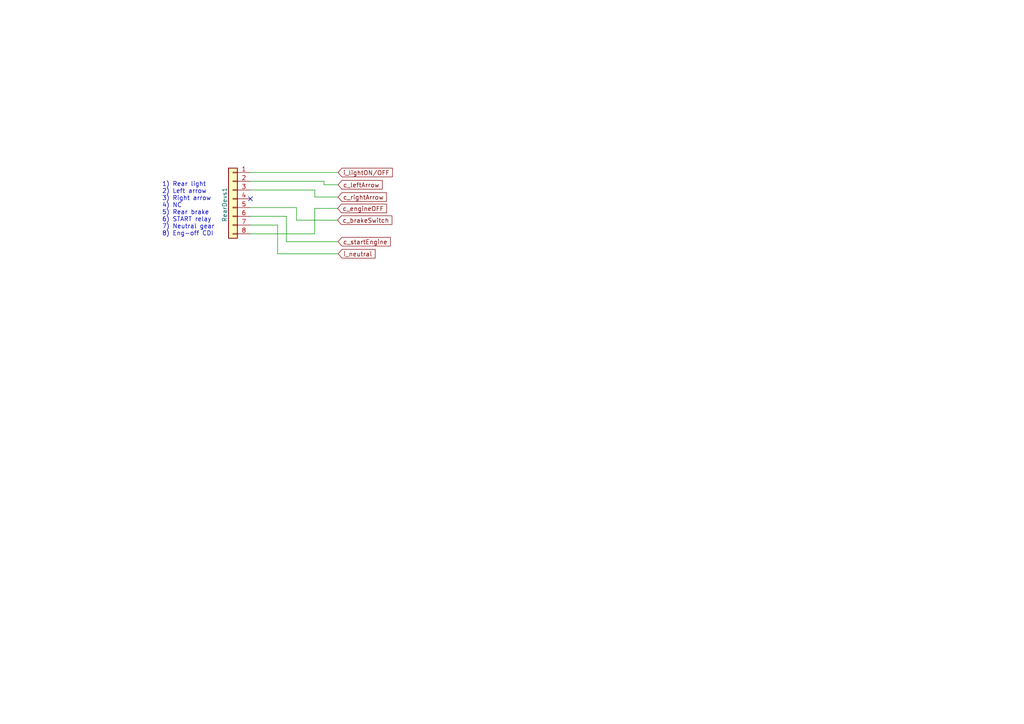
<source format=kicad_sch>
(kicad_sch (version 20211123) (generator eeschema)
  (paper "A4")
  (title_block (title "Motorbike lights and services controller") (rev "4.0") (company "Panicosoft") (comment 1 "Logic controller unit") (comment 2 "Connector to the rear motorbike side services"))
  (lib_symbols
    (symbol "Connector_Generic:Conn_01x08" (pin_names (offset 1.016) hide)
      (property "Reference" "J" (at 0 10.16 0))
      (property "Value" "Conn_01x08" (at 0 -12.7 0))
      (symbol "Conn_01x08_1_1"
        (rectangle (start -1.27 -10.033) (end 0 -10.287) (stroke (width 0.1524)))
        (rectangle (start -1.27 -7.493) (end 0 -7.747) (stroke (width 0.1524)))
        (rectangle (start -1.27 -4.953) (end 0 -5.207) (stroke (width 0.1524)))
        (rectangle (start -1.27 -2.413) (end 0 -2.667) (stroke (width 0.1524)))
        (rectangle (start -1.27 0.127) (end 0 -0.127) (stroke (width 0.1524)))
        (rectangle (start -1.27 2.667) (end 0 2.413) (stroke (width 0.1524)))
        (rectangle (start -1.27 5.207) (end 0 4.953) (stroke (width 0.1524)))
        (rectangle (start -1.27 7.747) (end 0 7.493) (stroke (width 0.1524)))
        (rectangle (start -1.27 8.89) (end 1.27 -11.43) (stroke (width 0.254)) (fill (type background)))
        (pin passive line (at -5.08 7.62 0) (length 3.81) (name "Pin_1") (number "1"))
        (pin passive line (at -5.08 5.08 0) (length 3.81) (name "Pin_2") (number "2"))
        (pin passive line (at -5.08 2.54 0) (length 3.81) (name "Pin_3") (number "3"))
        (pin passive line (at -5.08 0 0) (length 3.81) (name "Pin_4") (number "4"))
        (pin passive line (at -5.08 -2.54 0) (length 3.81) (name "Pin_5") (number "5"))
        (pin passive line (at -5.08 -5.08 0) (length 3.81) (name "Pin_6") (number "6"))
        (pin passive line (at -5.08 -7.62 0) (length 3.81) (name "Pin_7") (number "7"))
        (pin passive line (at -5.08 -10.16 0) (length 3.81) (name "Pin_8") (number "8"))
      )
    )
  )
  (no_connect (at 72.644 57.658))
  (wire (pts (xy 72.644 52.578) (xy 93.98 52.578)))
  (wire (pts (xy 91.313 55.118) (xy 91.313 57.15)))
  (wire (pts (xy 93.98 52.578) (xy 93.98 53.594)))
  (wire (pts (xy 72.644 65.278) (xy 80.518 65.278)))
  (wire (pts (xy 86.0044 63.8556) (xy 86.0044 60.198)))
  (wire (pts (xy 72.644 55.118) (xy 91.313 55.118)))
  (wire (pts (xy 72.644 60.198) (xy 86.0044 60.198)))
  (wire (pts (xy 83.058 62.738) (xy 83.058 70.104)))
  (wire (pts (xy 80.518 73.6092) (xy 98.0948 73.6092)))
  (wire (pts (xy 93.98 53.594) (xy 98.044 53.594)))
  (wire (pts (xy 91.2876 67.818) (xy 91.2622 60.452)))
  (wire (pts (xy 72.644 62.738) (xy 83.058 62.738)))
  (wire (pts (xy 72.644 50.038) (xy 98.044 50.038)))
  (wire (pts (xy 97.8916 63.8556) (xy 86.0044 63.8556)))
  (wire (pts (xy 91.2622 60.452) (xy 97.917 60.452)))
  (wire (pts (xy 80.518 65.278) (xy 80.518 73.6092)))
  (wire (pts (xy 83.058 70.104) (xy 98.044 70.104)))
  (wire (pts (xy 91.313 57.15) (xy 98.044 57.15)))
  (wire (pts (xy 72.644 67.818) (xy 91.2876 67.818)))
  (text "1) Rear light\n2) Left arrow\n3) Right arrow\n4) NC\n5) Rear brake\n6) START relay\n7) Neutral gear\n8) Eng-off CDI" (at 46.99 68.58 0) (effects (font (size 1.27 1.27)) (justify left bottom)))
  (global_label "c_startEngine" (shape input) (at 98.044 70.104 0) (property "Riferimenti inter-foglio" "${INTERSHEET_REFS}" (effects hide)))
  (global_label "c_rightArrow" (shape input) (at 98.044 57.15 0) (property "Riferimenti inter-foglio" "${INTERSHEET_REFS}" (effects hide)))
  (global_label "i_neutral" (shape input) (at 98.0948 73.6092 0) (property "Riferimenti inter-foglio" "${INTERSHEET_REFS}" (effects hide)))
  (global_label "c_brakeSwitch" (shape input) (at 97.8916 63.8556 0) (property "Riferimenti inter-foglio" "${INTERSHEET_REFS}" (effects hide)))
  (global_label "i_lightON{slash}OFF" (shape input) (at 98.044 50.038 0) (property "Riferimenti inter-foglio" "${INTERSHEET_REFS}" (effects hide)))
  (global_label "c_leftArrow" (shape input) (at 98.044 53.594 0) (property "Riferimenti inter-foglio" "${INTERSHEET_REFS}" (effects hide)))
  (global_label "c_engineOFF" (shape input) (at 97.917 60.452 0) (property "Riferimenti inter-foglio" "${INTERSHEET_REFS}" (effects hide)))
  (symbol (lib_id "Connector_Generic:Conn_01x08") (at 67.564 57.658 0) (mirror y) (unit 1)
    (property "Reference" "RearDevs1" (at 65.1764 59.3852 90))
    (property "Value" "Conn_01x08" (effects hide))
    (property "Footprint" "Connector_PinHeader_2.54mm:PinHeader_1x08_P2.54mm_Vertical" (effects hide))
  )
)
</source>
